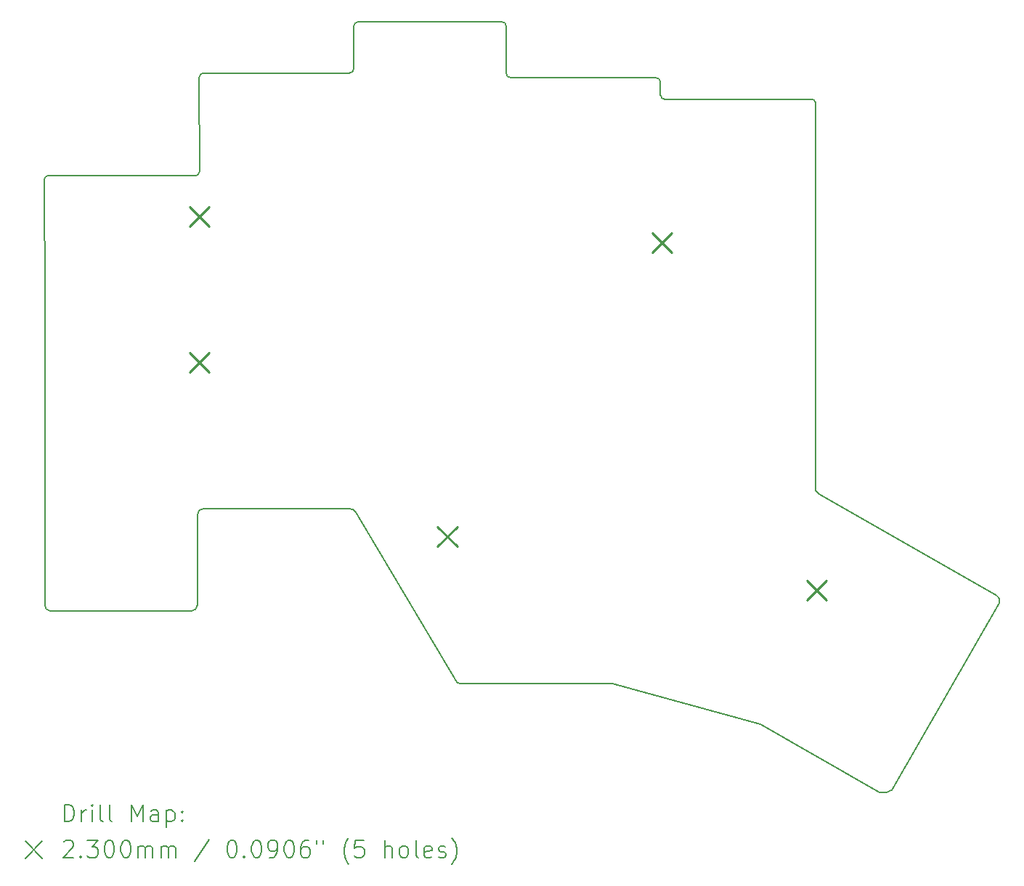
<source format=gbr>
%FSLAX45Y45*%
G04 Gerber Fmt 4.5, Leading zero omitted, Abs format (unit mm)*
G04 Created by KiCad (PCBNEW (5.99.0-11177-g6c67dfa032)) date 2021-10-11 00:02:21*
%MOMM*%
%LPD*%
G01*
G04 APERTURE LIST*
%TA.AperFunction,Profile*%
%ADD10C,0.150000*%
%TD*%
%ADD11C,0.200000*%
%ADD12C,0.230000*%
G04 APERTURE END LIST*
D10*
X9454085Y-6201445D02*
X7741920Y-6197600D01*
X17576800Y-13365480D02*
X18830400Y-11188400D01*
X16047720Y-12598400D02*
X17428867Y-13395960D01*
X12537440Y-12124081D02*
X14315440Y-12125960D01*
X16686000Y-5345000D02*
G75*
G03*
X16636050Y-5305500I-49950J-11833D01*
G01*
X16636050Y-5305500D02*
X14929320Y-5306902D01*
X9454085Y-6201445D02*
G75*
G03*
X9504085Y-6151445I0J50000D01*
G01*
X9551712Y-5000682D02*
G75*
G03*
X9501712Y-5050682I0J-50000D01*
G01*
X13031000Y-4403620D02*
X11353000Y-4404955D01*
X13081000Y-5005340D02*
X13081000Y-4453620D01*
X14829320Y-5056902D02*
X13131000Y-5055340D01*
X14879320Y-5256902D02*
X14879320Y-5106902D01*
X9501712Y-5050682D02*
X9504085Y-6151445D01*
X11254712Y-5000682D02*
X9551712Y-5000682D01*
X11303000Y-4454955D02*
X11304712Y-4950682D01*
X11254712Y-5000682D02*
G75*
G03*
X11304712Y-4950682I0J50000D01*
G01*
X11353000Y-4404955D02*
G75*
G03*
X11303000Y-4454955I0J-50000D01*
G01*
X13081000Y-4453620D02*
G75*
G03*
X13031000Y-4403620I-50000J0D01*
G01*
X13081000Y-5005340D02*
G75*
G03*
X13131000Y-5055340I50000J0D01*
G01*
X14879320Y-5106902D02*
G75*
G03*
X14829320Y-5056902I-50000J0D01*
G01*
X14879320Y-5256902D02*
G75*
G03*
X14929320Y-5306902I50000J0D01*
G01*
X9545320Y-10086265D02*
X11262360Y-10086265D01*
X9484360Y-10556240D02*
X9484360Y-10147225D01*
X11329486Y-10129488D02*
G75*
G03*
X11262360Y-10086265I-67126J-30512D01*
G01*
X12537440Y-12124081D02*
G75*
G02*
X12501880Y-12110720I0J54001D01*
G01*
X17576800Y-13365480D02*
G75*
G02*
X17428867Y-13395960I-103931J130189D01*
G01*
X7701280Y-9377680D02*
X7701280Y-11074400D01*
X7696200Y-6243320D02*
X7701280Y-7670800D01*
X16686000Y-5345000D02*
X16689000Y-9874000D01*
X9479280Y-11211560D02*
X9484360Y-10556240D01*
X9545320Y-10086265D02*
G75*
G03*
X9484360Y-10147225I0J-60960D01*
G01*
X16689000Y-9874000D02*
G75*
G03*
X16728000Y-9911000I61391J25656D01*
G01*
X9479280Y-11211560D02*
G75*
G02*
X9413240Y-11277600I-66040J0D01*
G01*
X7701280Y-11211560D02*
X7701280Y-11074400D01*
X18802163Y-11102002D02*
X16728000Y-9911000D01*
X7701280Y-7670800D02*
X7701280Y-9377680D01*
X18802163Y-11102002D02*
G75*
G02*
X18830400Y-11188400I-31163J-57998D01*
G01*
X11329486Y-10129488D02*
X12501880Y-12110720D01*
X7696200Y-6243320D02*
G75*
G02*
X7741920Y-6197600I45720J0D01*
G01*
X7767320Y-11277600D02*
X9413240Y-11277600D01*
X14315440Y-12125960D02*
X16047720Y-12598400D01*
X7767320Y-11277600D02*
G75*
G02*
X7701280Y-11211560I0J66040D01*
G01*
D11*
D12*
X9385000Y-6565200D02*
X9615000Y-6795200D01*
X9615000Y-6565200D02*
X9385000Y-6795200D01*
X9385000Y-8267000D02*
X9615000Y-8497000D01*
X9615000Y-8267000D02*
X9385000Y-8497000D01*
X12280200Y-10299000D02*
X12510200Y-10529000D01*
X12510200Y-10299000D02*
X12280200Y-10529000D01*
X14782100Y-6870000D02*
X15012100Y-7100000D01*
X15012100Y-6870000D02*
X14782100Y-7100000D01*
X16585500Y-10921300D02*
X16815500Y-11151300D01*
X16815500Y-10921300D02*
X16585500Y-11151300D01*
D11*
X7931319Y-13734853D02*
X7931319Y-13534853D01*
X7978938Y-13534853D01*
X8007509Y-13544376D01*
X8026557Y-13563424D01*
X8036081Y-13582472D01*
X8045605Y-13620567D01*
X8045605Y-13649138D01*
X8036081Y-13687234D01*
X8026557Y-13706281D01*
X8007509Y-13725329D01*
X7978938Y-13734853D01*
X7931319Y-13734853D01*
X8131319Y-13734853D02*
X8131319Y-13601519D01*
X8131319Y-13639614D02*
X8140843Y-13620567D01*
X8150367Y-13611043D01*
X8169414Y-13601519D01*
X8188462Y-13601519D01*
X8255128Y-13734853D02*
X8255128Y-13601519D01*
X8255128Y-13534853D02*
X8245605Y-13544376D01*
X8255128Y-13553900D01*
X8264652Y-13544376D01*
X8255128Y-13534853D01*
X8255128Y-13553900D01*
X8378938Y-13734853D02*
X8359890Y-13725329D01*
X8350367Y-13706281D01*
X8350367Y-13534853D01*
X8483700Y-13734853D02*
X8464652Y-13725329D01*
X8455129Y-13706281D01*
X8455129Y-13534853D01*
X8712271Y-13734853D02*
X8712271Y-13534853D01*
X8778938Y-13677710D01*
X8845605Y-13534853D01*
X8845605Y-13734853D01*
X9026557Y-13734853D02*
X9026557Y-13630091D01*
X9017033Y-13611043D01*
X8997986Y-13601519D01*
X8959890Y-13601519D01*
X8940843Y-13611043D01*
X9026557Y-13725329D02*
X9007510Y-13734853D01*
X8959890Y-13734853D01*
X8940843Y-13725329D01*
X8931319Y-13706281D01*
X8931319Y-13687234D01*
X8940843Y-13668186D01*
X8959890Y-13658662D01*
X9007510Y-13658662D01*
X9026557Y-13649138D01*
X9121795Y-13601519D02*
X9121795Y-13801519D01*
X9121795Y-13611043D02*
X9140843Y-13601519D01*
X9178938Y-13601519D01*
X9197986Y-13611043D01*
X9207510Y-13620567D01*
X9217033Y-13639614D01*
X9217033Y-13696757D01*
X9207510Y-13715805D01*
X9197986Y-13725329D01*
X9178938Y-13734853D01*
X9140843Y-13734853D01*
X9121795Y-13725329D01*
X9302748Y-13715805D02*
X9312271Y-13725329D01*
X9302748Y-13734853D01*
X9293224Y-13725329D01*
X9302748Y-13715805D01*
X9302748Y-13734853D01*
X9302748Y-13611043D02*
X9312271Y-13620567D01*
X9302748Y-13630091D01*
X9293224Y-13620567D01*
X9302748Y-13611043D01*
X9302748Y-13630091D01*
X7473700Y-13964376D02*
X7673700Y-14164376D01*
X7673700Y-13964376D02*
X7473700Y-14164376D01*
X7921795Y-13973900D02*
X7931319Y-13964376D01*
X7950367Y-13954853D01*
X7997986Y-13954853D01*
X8017033Y-13964376D01*
X8026557Y-13973900D01*
X8036081Y-13992948D01*
X8036081Y-14011995D01*
X8026557Y-14040567D01*
X7912271Y-14154853D01*
X8036081Y-14154853D01*
X8121795Y-14135805D02*
X8131319Y-14145329D01*
X8121795Y-14154853D01*
X8112271Y-14145329D01*
X8121795Y-14135805D01*
X8121795Y-14154853D01*
X8197986Y-13954853D02*
X8321795Y-13954853D01*
X8255128Y-14031043D01*
X8283700Y-14031043D01*
X8302748Y-14040567D01*
X8312271Y-14050091D01*
X8321795Y-14069138D01*
X8321795Y-14116757D01*
X8312271Y-14135805D01*
X8302748Y-14145329D01*
X8283700Y-14154853D01*
X8226557Y-14154853D01*
X8207509Y-14145329D01*
X8197986Y-14135805D01*
X8445605Y-13954853D02*
X8464652Y-13954853D01*
X8483700Y-13964376D01*
X8493224Y-13973900D01*
X8502748Y-13992948D01*
X8512271Y-14031043D01*
X8512271Y-14078662D01*
X8502748Y-14116757D01*
X8493224Y-14135805D01*
X8483700Y-14145329D01*
X8464652Y-14154853D01*
X8445605Y-14154853D01*
X8426557Y-14145329D01*
X8417033Y-14135805D01*
X8407510Y-14116757D01*
X8397986Y-14078662D01*
X8397986Y-14031043D01*
X8407510Y-13992948D01*
X8417033Y-13973900D01*
X8426557Y-13964376D01*
X8445605Y-13954853D01*
X8636081Y-13954853D02*
X8655129Y-13954853D01*
X8674176Y-13964376D01*
X8683700Y-13973900D01*
X8693224Y-13992948D01*
X8702748Y-14031043D01*
X8702748Y-14078662D01*
X8693224Y-14116757D01*
X8683700Y-14135805D01*
X8674176Y-14145329D01*
X8655129Y-14154853D01*
X8636081Y-14154853D01*
X8617033Y-14145329D01*
X8607510Y-14135805D01*
X8597986Y-14116757D01*
X8588462Y-14078662D01*
X8588462Y-14031043D01*
X8597986Y-13992948D01*
X8607510Y-13973900D01*
X8617033Y-13964376D01*
X8636081Y-13954853D01*
X8788462Y-14154853D02*
X8788462Y-14021519D01*
X8788462Y-14040567D02*
X8797986Y-14031043D01*
X8817033Y-14021519D01*
X8845605Y-14021519D01*
X8864652Y-14031043D01*
X8874176Y-14050091D01*
X8874176Y-14154853D01*
X8874176Y-14050091D02*
X8883700Y-14031043D01*
X8902748Y-14021519D01*
X8931319Y-14021519D01*
X8950367Y-14031043D01*
X8959890Y-14050091D01*
X8959890Y-14154853D01*
X9055129Y-14154853D02*
X9055129Y-14021519D01*
X9055129Y-14040567D02*
X9064652Y-14031043D01*
X9083700Y-14021519D01*
X9112271Y-14021519D01*
X9131319Y-14031043D01*
X9140843Y-14050091D01*
X9140843Y-14154853D01*
X9140843Y-14050091D02*
X9150367Y-14031043D01*
X9169414Y-14021519D01*
X9197986Y-14021519D01*
X9217033Y-14031043D01*
X9226557Y-14050091D01*
X9226557Y-14154853D01*
X9617033Y-13945329D02*
X9445605Y-14202472D01*
X9874176Y-13954853D02*
X9893224Y-13954853D01*
X9912271Y-13964376D01*
X9921795Y-13973900D01*
X9931319Y-13992948D01*
X9940843Y-14031043D01*
X9940843Y-14078662D01*
X9931319Y-14116757D01*
X9921795Y-14135805D01*
X9912271Y-14145329D01*
X9893224Y-14154853D01*
X9874176Y-14154853D01*
X9855129Y-14145329D01*
X9845605Y-14135805D01*
X9836081Y-14116757D01*
X9826557Y-14078662D01*
X9826557Y-14031043D01*
X9836081Y-13992948D01*
X9845605Y-13973900D01*
X9855129Y-13964376D01*
X9874176Y-13954853D01*
X10026557Y-14135805D02*
X10036081Y-14145329D01*
X10026557Y-14154853D01*
X10017033Y-14145329D01*
X10026557Y-14135805D01*
X10026557Y-14154853D01*
X10159890Y-13954853D02*
X10178938Y-13954853D01*
X10197986Y-13964376D01*
X10207510Y-13973900D01*
X10217033Y-13992948D01*
X10226557Y-14031043D01*
X10226557Y-14078662D01*
X10217033Y-14116757D01*
X10207510Y-14135805D01*
X10197986Y-14145329D01*
X10178938Y-14154853D01*
X10159890Y-14154853D01*
X10140843Y-14145329D01*
X10131319Y-14135805D01*
X10121795Y-14116757D01*
X10112271Y-14078662D01*
X10112271Y-14031043D01*
X10121795Y-13992948D01*
X10131319Y-13973900D01*
X10140843Y-13964376D01*
X10159890Y-13954853D01*
X10321795Y-14154853D02*
X10359890Y-14154853D01*
X10378938Y-14145329D01*
X10388462Y-14135805D01*
X10407510Y-14107234D01*
X10417033Y-14069138D01*
X10417033Y-13992948D01*
X10407510Y-13973900D01*
X10397986Y-13964376D01*
X10378938Y-13954853D01*
X10340843Y-13954853D01*
X10321795Y-13964376D01*
X10312271Y-13973900D01*
X10302748Y-13992948D01*
X10302748Y-14040567D01*
X10312271Y-14059614D01*
X10321795Y-14069138D01*
X10340843Y-14078662D01*
X10378938Y-14078662D01*
X10397986Y-14069138D01*
X10407510Y-14059614D01*
X10417033Y-14040567D01*
X10540843Y-13954853D02*
X10559890Y-13954853D01*
X10578938Y-13964376D01*
X10588462Y-13973900D01*
X10597986Y-13992948D01*
X10607510Y-14031043D01*
X10607510Y-14078662D01*
X10597986Y-14116757D01*
X10588462Y-14135805D01*
X10578938Y-14145329D01*
X10559890Y-14154853D01*
X10540843Y-14154853D01*
X10521795Y-14145329D01*
X10512271Y-14135805D01*
X10502748Y-14116757D01*
X10493224Y-14078662D01*
X10493224Y-14031043D01*
X10502748Y-13992948D01*
X10512271Y-13973900D01*
X10521795Y-13964376D01*
X10540843Y-13954853D01*
X10778938Y-13954853D02*
X10740843Y-13954853D01*
X10721795Y-13964376D01*
X10712271Y-13973900D01*
X10693224Y-14002472D01*
X10683700Y-14040567D01*
X10683700Y-14116757D01*
X10693224Y-14135805D01*
X10702748Y-14145329D01*
X10721795Y-14154853D01*
X10759890Y-14154853D01*
X10778938Y-14145329D01*
X10788462Y-14135805D01*
X10797986Y-14116757D01*
X10797986Y-14069138D01*
X10788462Y-14050091D01*
X10778938Y-14040567D01*
X10759890Y-14031043D01*
X10721795Y-14031043D01*
X10702748Y-14040567D01*
X10693224Y-14050091D01*
X10683700Y-14069138D01*
X10874176Y-13954853D02*
X10874176Y-13992948D01*
X10950367Y-13954853D02*
X10950367Y-13992948D01*
X11245605Y-14231043D02*
X11236081Y-14221519D01*
X11217033Y-14192948D01*
X11207509Y-14173900D01*
X11197986Y-14145329D01*
X11188462Y-14097710D01*
X11188462Y-14059614D01*
X11197986Y-14011995D01*
X11207509Y-13983424D01*
X11217033Y-13964376D01*
X11236081Y-13935805D01*
X11245605Y-13926281D01*
X11417033Y-13954853D02*
X11321795Y-13954853D01*
X11312271Y-14050091D01*
X11321795Y-14040567D01*
X11340843Y-14031043D01*
X11388462Y-14031043D01*
X11407509Y-14040567D01*
X11417033Y-14050091D01*
X11426557Y-14069138D01*
X11426557Y-14116757D01*
X11417033Y-14135805D01*
X11407509Y-14145329D01*
X11388462Y-14154853D01*
X11340843Y-14154853D01*
X11321795Y-14145329D01*
X11312271Y-14135805D01*
X11664652Y-14154853D02*
X11664652Y-13954853D01*
X11750367Y-14154853D02*
X11750367Y-14050091D01*
X11740843Y-14031043D01*
X11721795Y-14021519D01*
X11693224Y-14021519D01*
X11674176Y-14031043D01*
X11664652Y-14040567D01*
X11874176Y-14154853D02*
X11855128Y-14145329D01*
X11845605Y-14135805D01*
X11836081Y-14116757D01*
X11836081Y-14059614D01*
X11845605Y-14040567D01*
X11855128Y-14031043D01*
X11874176Y-14021519D01*
X11902748Y-14021519D01*
X11921795Y-14031043D01*
X11931319Y-14040567D01*
X11940843Y-14059614D01*
X11940843Y-14116757D01*
X11931319Y-14135805D01*
X11921795Y-14145329D01*
X11902748Y-14154853D01*
X11874176Y-14154853D01*
X12055128Y-14154853D02*
X12036081Y-14145329D01*
X12026557Y-14126281D01*
X12026557Y-13954853D01*
X12207509Y-14145329D02*
X12188462Y-14154853D01*
X12150367Y-14154853D01*
X12131319Y-14145329D01*
X12121795Y-14126281D01*
X12121795Y-14050091D01*
X12131319Y-14031043D01*
X12150367Y-14021519D01*
X12188462Y-14021519D01*
X12207509Y-14031043D01*
X12217033Y-14050091D01*
X12217033Y-14069138D01*
X12121795Y-14088186D01*
X12293224Y-14145329D02*
X12312271Y-14154853D01*
X12350367Y-14154853D01*
X12369414Y-14145329D01*
X12378938Y-14126281D01*
X12378938Y-14116757D01*
X12369414Y-14097710D01*
X12350367Y-14088186D01*
X12321795Y-14088186D01*
X12302748Y-14078662D01*
X12293224Y-14059614D01*
X12293224Y-14050091D01*
X12302748Y-14031043D01*
X12321795Y-14021519D01*
X12350367Y-14021519D01*
X12369414Y-14031043D01*
X12445605Y-14231043D02*
X12455128Y-14221519D01*
X12474176Y-14192948D01*
X12483700Y-14173900D01*
X12493224Y-14145329D01*
X12502748Y-14097710D01*
X12502748Y-14059614D01*
X12493224Y-14011995D01*
X12483700Y-13983424D01*
X12474176Y-13964376D01*
X12455128Y-13935805D01*
X12445605Y-13926281D01*
M02*

</source>
